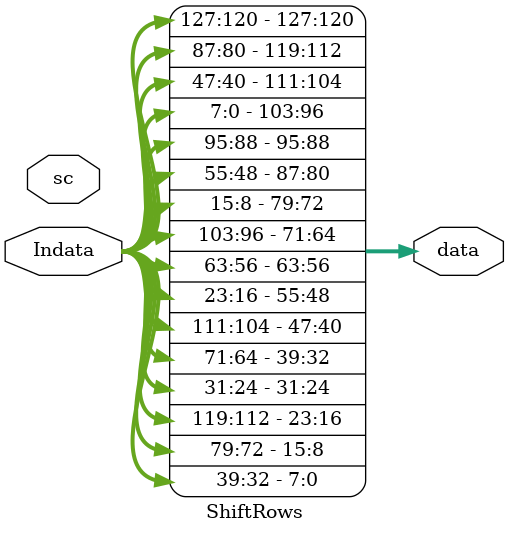
<source format=v>
module ShiftRows(
					input sc,
					input wire[127:0] Indata,
					output reg[127:0] data
					);
						

always @(sc)
begin

	data[127:120] <= Indata[127:120];  
	data[119:112] <= Indata[87:80];
	data[111:104] <= Indata[47:40];
	data[103:96] <= Indata[7:0];
			
	data[95:88] <= Indata[95:88];
	data[87:80] <= Indata[55:48];
	data[79:72] <= Indata[15:8];
	data[71:64] <= Indata[103:96];

	data[63:56] <= Indata[63:56];
	data[55:48] <= Indata[23:16];
	data[47:40] <= Indata[111:104];
	data[39:32] <= Indata[71:64];

	data[31:24] <= Indata[31:24];
	data[23:16] <= Indata[119:112];
	data[15:8] <= Indata[79:72];
	data[7:0] <= Indata[39:32]; 

end


endmodule

</source>
